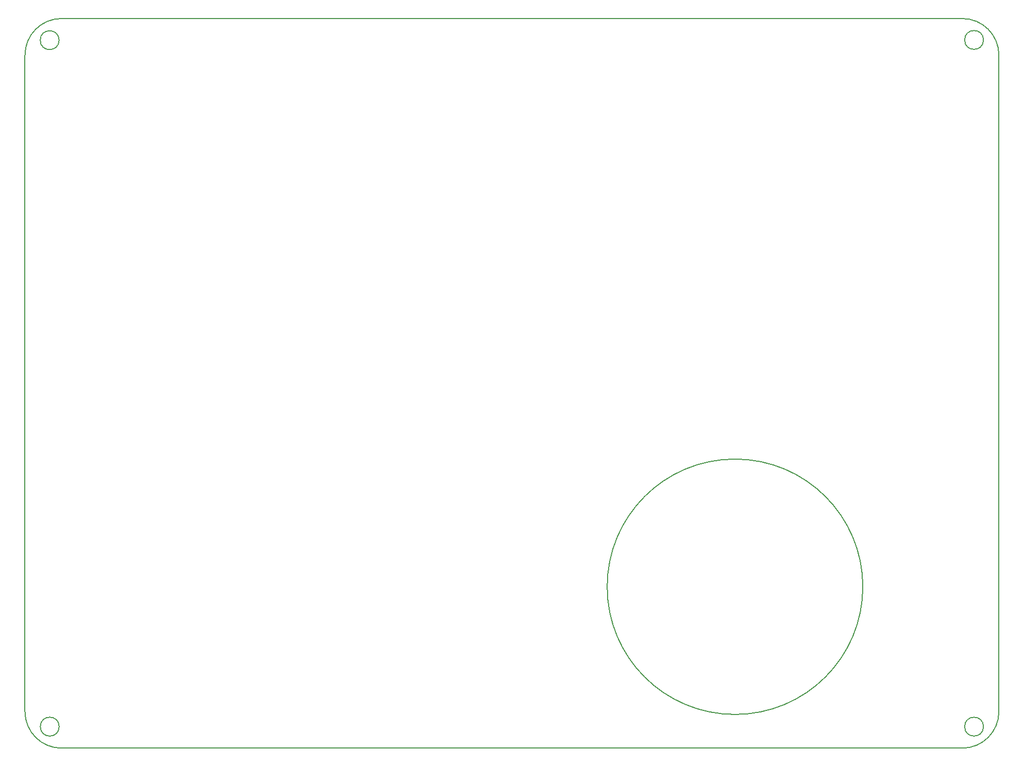
<source format=gm1>
G04 #@! TF.GenerationSoftware,KiCad,Pcbnew,(5.1.5-0-10_14)*
G04 #@! TF.CreationDate,2020-07-14T10:27:18+02:00*
G04 #@! TF.ProjectId,Trigon,54726967-6f6e-42e6-9b69-6361645f7063,rev?*
G04 #@! TF.SameCoordinates,Original*
G04 #@! TF.FileFunction,Profile,NP*
%FSLAX46Y46*%
G04 Gerber Fmt 4.6, Leading zero omitted, Abs format (unit mm)*
G04 Created by KiCad (PCBNEW (5.1.5-0-10_14)) date 2020-07-14 10:27:18*
%MOMM*%
%LPD*%
G04 APERTURE LIST*
%ADD10C,0.200000*%
G04 APERTURE END LIST*
D10*
X12202351Y-126150053D02*
X12202351Y-18150053D01*
X172202349Y-126150053D02*
G75*
G02X166202350Y-132150052I-5999999J0D01*
G01*
X18202350Y-132150052D02*
G75*
G02X12202351Y-126150053I0J5999999D01*
G01*
X166202350Y-132150052D02*
X18202350Y-132150052D01*
X166202350Y-12150053D02*
G75*
G02X172202350Y-18150053I0J-6000000D01*
G01*
X172202350Y-18150053D02*
X172202350Y-126150053D01*
X12202350Y-18150053D02*
G75*
G02X18202350Y-12150053I6000000J0D01*
G01*
X18202350Y-12150053D02*
X166202350Y-12150053D01*
X149849300Y-105610250D02*
G75*
G03X149849300Y-105610250I-21000000J0D01*
G01*
X169671183Y-128615690D02*
G75*
G03X169671183Y-128615690I-1550000J0D01*
G01*
X169671183Y-15672849D02*
G75*
G03X169671183Y-15672849I-1550000J0D01*
G01*
X17818501Y-128615690D02*
G75*
G03X17818501Y-128615690I-1550000J0D01*
G01*
X17803176Y-15709688D02*
G75*
G03X17803176Y-15709688I-1550000J0D01*
G01*
M02*

</source>
